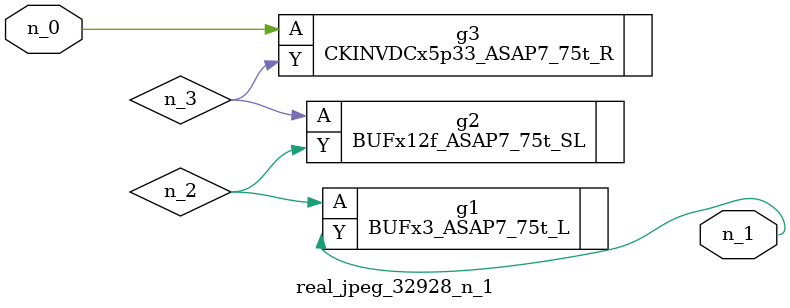
<source format=v>
module real_jpeg_32928_n_1 (n_0, n_1);

input n_0;

output n_1;

wire n_3;
wire n_2;

CKINVDCx5p33_ASAP7_75t_R g3 ( 
.A(n_0),
.Y(n_3)
);

BUFx3_ASAP7_75t_L g1 ( 
.A(n_2),
.Y(n_1)
);

BUFx12f_ASAP7_75t_SL g2 ( 
.A(n_3),
.Y(n_2)
);


endmodule
</source>
